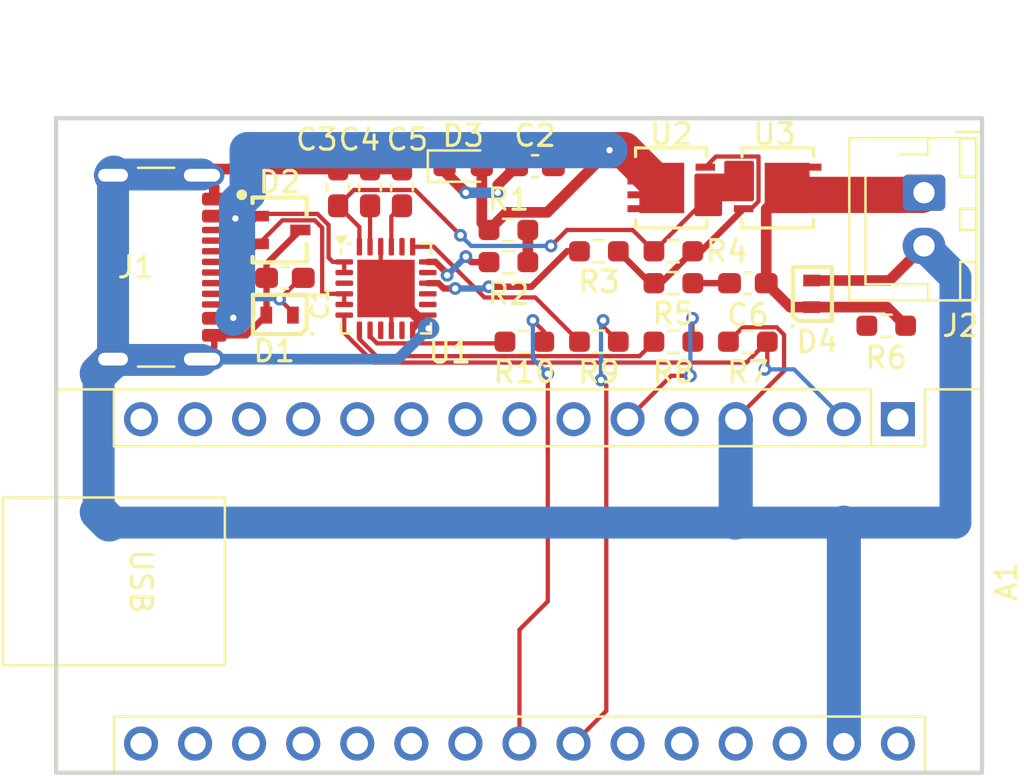
<source format=kicad_pcb>
(kicad_pcb (version 20241229) (generator "pcbnew") (generator_version "9.0")
  (layers (0 "F.Cu" signal) (2 "B.Cu" signal) (13 "F.Paste" user) (15 "B.Paste" user) (5 "F.SilkS" user "F.Silkscreen") (7 "B.SilkS" user "B.Silkscreen") (1 "F.Mask" user) (3 "B.Mask" user) (25 "Edge.Cuts" user))
  (net 0 "")
  (net 1 "GND")
  (net 2 "Net-(D3-K)")
  (net 3 "Net-(U1-VREG_2V7)")
  (net 4 "Net-(U1-VREG_1V2)")
  (net 5 "Net-(D4-K)")
  (net 6 "Net-(C6-Pad1)")
  (net 7 "Net-(R1-Pad2)")
  (net 8 "Net-(U2-G)")
  (net 15 "Net-(A1-A4)")
  (net 16 "Net-(A1-A5)")
  (net 17 "Net-(A1-D3)")
  (net 40 "/VBUS_EN_SNK")
  (net 41 "/DISCH")
  (net 42 "/Vbus")
  (net 43 "/VDD")
  (net 44 "/VBUS_VS_DISCH")
  (net 46 "/RESET")
  (net 48 "/CC2")
  (net 49 "/CC1")
  (net 50 "/ALERT")
  (net 51 "/SCL")
  (net 52 "/SDA")
  (footprint "ST_1610:ST_1610" (layer "F.Cu") (at 350 121.25 90)
    (property "Reference" "D4" (at -2.25 0.25 180) (layer "F.SilkS"))
    (property "Value" "ESDA25P35-1U1M")
    (fp_line (start -1.016 -0.889) (end 1.25 -0.889) (stroke (width 0.2)) (layer "F.SilkS"))
    (fp_line (start -1.27 -0.635) (end -1.016 -0.889) (stroke (width 0.2)) (layer "F.SilkS"))
    (fp_line (start 1.25 0.95) (end 1.25 -0.889) (stroke (width 0.2)) (layer "F.SilkS"))
    (fp_line (start -1.27 0.95) (end -1.27 -0.635) (stroke (width 0.2)) (layer "F.SilkS"))
    (fp_line (start -1.27 0.95) (end 1.25 0.95) (stroke (width 0.2)) (layer "F.SilkS"))
    (fp_circle (center -1.524 -0.889) (end -1.524 -0.939) (stroke (width 0.1)) (fill no) (layer "F.SilkS"))
    (pad "1" smd rect (at -0.625 0 90) (size 0.55 0.8) (layers "F.Cu" "F.Mask" "F.Paste") (net 5 "Net-(D4-K)"))
    (pad "2" smd rect (at 0.625 0 90) (size 0.55 0.8) (layers "F.Cu" "F.Mask" "F.Paste") (net 1 "GND"))
  )
  (footprint "Capacitor_SMD:C_0603_1608Metric_Pad1.08x0.95mm_HandSolder" (layer "F.Cu") (at 325.25 120.5 180)
    (property "Reference" "C1" (at -1.65 -1.2 90) (layer "F.SilkS") (effects (font (size 0.8 0.8) (thickness 0.15) (bold yes))))
    (property "Value" "4.7 μF")
    (fp_line (start -0.146267 0.51) (end 0.146267 0.51) (stroke (width 0.12)) (layer "F.SilkS"))
    (fp_line (start -0.146267 -0.51) (end 0.146267 -0.51) (stroke (width 0.12)) (layer "F.SilkS"))
    (pad "1" smd roundrect (at -0.8625 0 180) (size 1.075 0.95) (layers "F.Cu" "F.Mask" "F.Paste") (net 42 "/Vbus"))
    (pad "2" smd roundrect (at 0.8625 0 180) (size 1.075 0.95) (layers "F.Cu" "F.Mask" "F.Paste") (net 1 "GND"))
  )
  (footprint "Capacitor_SMD:C_0603_1608Metric_Pad1.08x0.95mm_HandSolder" (layer "F.Cu") (at 327.75 116.25 -90)
    (property "Reference" "C3" (at -2.25 1 180) (layer "F.SilkS"))
    (property "Value" "1μF")
    (fp_line (start -0.146267 0.51) (end 0.146267 0.51) (stroke (width 0.12)) (layer "F.SilkS"))
    (fp_line (start -0.146267 -0.51) (end 0.146267 -0.51) (stroke (width 0.12)) (layer "F.SilkS"))
    (pad "1" smd roundrect (at -0.8625 0 270) (size 1.075 0.95) (layers "F.Cu" "F.Mask" "F.Paste") (net 1 "GND"))
    (pad "2" smd roundrect (at 0.8625 0 270) (size 1.075 0.95) (layers "F.Cu" "F.Mask" "F.Paste") (net 43 "/VDD"))
  )
  (footprint "STL6P3LLH6:POWERFLAT_3P3X3P3_STM2" (layer "F.Cu") (at 343.3998 116.275001 180)
    (property "Reference" "U2" (at 0 2.525001 0) (layer "F.SilkS"))
    (property "Value" "STL6P3LLH6" (hide yes))
    (fp_line (start 1.6764 1.8796) (end 1.6764 1.472839) (stroke (width 0.1524)) (layer "F.SilkS"))
    (fp_line (start 1.6764 -1.472839) (end 1.6764 -1.8796) (stroke (width 0.1524)) (layer "F.SilkS"))
    (fp_line (start 1.6764 -1.8796) (end -1.6764 -1.8796) (stroke (width 0.1524)) (layer "F.SilkS"))
    (fp_line (start -1.6764 1.8796) (end 1.6764 1.8796) (stroke (width 0.1524)) (layer "F.SilkS"))
    (fp_line (start -1.6764 1.472839) (end -1.6764 1.8796) (stroke (width 0.1524)) (layer "F.SilkS"))
    (fp_line (start -1.6764 -1.8796) (end -1.6764 -1.472839) (stroke (width 0.1524)) (layer "F.SilkS"))
    (pad "1" smd rect (at -1.6002 0.974999 180) (size 0.9144 0.3302) (layers "F.Cu" "F.Mask" "F.Paste") (net 8 "Net-(U2-G)"))
    (pad "2" smd rect (at -1.6002 -0.974999 180) (size 0.9144 0.3302) (layers "F.Cu" "F.Mask" "F.Paste") (net 43 "/VDD"))
    (pad "2" smd rect (at -1.6002 -0.325001 180) (size 0.9144 0.3302) (layers "F.Cu" "F.Mask" "F.Paste") (net 43 "/VDD"))
    (pad "2" smd rect (at -1.6002 0.325001 180) (size 0.9144 0.3302) (layers "F.Cu" "F.Mask" "F.Paste") (net 43 "/VDD"))
    (pad "3" smd rect (at 0.4445 0 180) (size 2.1082 2.3622) (layers "F.Cu" "F.Mask" "F.Paste") (net 42 "/Vbus"))
    (pad "3" smd rect (at 1.6002 -0.974999 180) (size 0.9144 0.3302) (layers "F.Cu" "F.Mask" "F.Paste") (net 42 "/Vbus"))
    (pad "3" smd rect (at 1.6002 -0.325001 180) (size 0.9144 0.3302) (layers "F.Cu" "F.Mask" "F.Paste") (net 42 "/Vbus"))
    (pad "3" smd rect (at 1.6002 0.325001 180) (size 0.9144 0.3302) (layers "F.Cu" "F.Mask" "F.Paste") (net 42 "/Vbus"))
    (pad "3" smd rect (at 1.6002 0.974999 180) (size 0.9144 0.3302) (layers "F.Cu" "F.Mask" "F.Paste") (net 42 "/Vbus"))
  )
  (footprint "Resistor_SMD:R_0603_1608Metric_Pad0.98x0.95mm_HandSolder" (layer "F.Cu") (at 343.5 120.75 180)
    (property "Reference" "R5" (at 0 -1.43 0) (layer "F.SilkS"))
    (property "Value" "100R")
    (fp_line (start -0.254724 0.5225) (end 0.254724 0.5225) (stroke (width 0.12)) (layer "F.SilkS"))
    (fp_line (start -0.254724 -0.5225) (end 0.254724 -0.5225) (stroke (width 0.12)) (layer "F.SilkS"))
    (pad "1" smd roundrect (at -0.9125 0 180) (size 0.975 0.95) (layers "F.Cu" "F.Mask" "F.Paste") (net 6 "Net-(C6-Pad1)"))
    (pad "2" smd roundrect (at 0.9125 0 180) (size 0.975 0.95) (layers "F.Cu" "F.Mask" "F.Paste") (net 8 "Net-(U2-G)"))
  )
  (footprint "Resistor_SMD:R_0603_1608Metric_Pad0.98x0.95mm_HandSolder" (layer "F.Cu") (at 343.5 119.25 180)
    (property "Reference" "R4" (at -2.5 0 0) (layer "F.SilkS"))
    (property "Value" "100kR")
    (fp_line (start -0.254724 0.5225) (end 0.254724 0.5225) (stroke (width 0.12)) (layer "F.SilkS"))
    (fp_line (start -0.254724 -0.5225) (end 0.254724 -0.5225) (stroke (width 0.12)) (layer "F.SilkS"))
    (pad "1" smd roundrect (at -0.9125 0 180) (size 0.975 0.95) (layers "F.Cu" "F.Mask" "F.Paste") (net 8 "Net-(U2-G)"))
    (pad "2" smd roundrect (at 0.9125 0 180) (size 0.975 0.95) (layers "F.Cu" "F.Mask" "F.Paste") (net 43 "/VDD"))
  )
  (footprint "Capacitor_SMD:C_0603_1608Metric_Pad1.08x0.95mm_HandSolder" (layer "F.Cu") (at 347 120.75)
    (property "Reference" "C6" (at 0 1.5 0) (layer "F.SilkS"))
    (property "Value" "100nF")
    (fp_line (start -0.146267 -0.51) (end 0.146267 -0.51) (stroke (width 0.12)) (layer "F.SilkS"))
    (fp_line (start -0.146267 0.51) (end 0.146267 0.51) (stroke (width 0.12)) (layer "F.SilkS"))
    (pad "1" smd roundrect (at -0.8625 0) (size 1.075 0.95) (layers "F.Cu" "F.Mask" "F.Paste") (net 6 "Net-(C6-Pad1)"))
    (pad "2" smd roundrect (at 0.8625 0) (size 1.075 0.95) (layers "F.Cu" "F.Mask" "F.Paste") (net 5 "Net-(D4-K)"))
  )
  (footprint "Capacitor_SMD:C_0603_1608Metric_Pad1.08x0.95mm_HandSolder" (layer "F.Cu") (at 337 115.25)
    (property "Reference" "C2" (at 0 -1.43 0) (layer "F.SilkS"))
    (property "Value" "1μF")
    (fp_line (start -0.146267 -0.51) (end 0.146267 -0.51) (stroke (width 0.12)) (layer "F.SilkS"))
    (fp_line (start -0.146267 0.51) (end 0.146267 0.51) (stroke (width 0.12)) (layer "F.SilkS"))
    (pad "1" smd roundrect (at -0.8625 0) (size 1.075 0.95) (layers "F.Cu" "F.Mask" "F.Paste") (net 2 "Net-(D3-K)"))
    (pad "2" smd roundrect (at 0.8625 0) (size 1.075 0.95) (layers "F.Cu" "F.Mask" "F.Paste") (net 1 "GND"))
  )
  (footprint "Package_DFN_QFN:QFN-24-1EP_4x4mm_P0.5mm_EP2.7x2.7mm" (layer "F.Cu") (at 330 121)
    (property "Reference" "U1" (at 3 3 0) (layer "F.SilkS"))
    (property "Value" "STUSB4500QTR")
    (fp_line (start -2.11 -1.635) (end -2.11 -1.87) (stroke (width 0.12)) (layer "F.SilkS"))
    (fp_line (start -2.11 2.11) (end -2.11 1.635) (stroke (width 0.12)) (layer "F.SilkS"))
    (fp_line (start -1.635 -2.11) (end -1.81 -2.11) (stroke (width 0.12)) (layer "F.SilkS"))
    (fp_line (start -1.635 2.11) (end -2.11 2.11) (stroke (width 0.12)) (layer "F.SilkS"))
    (fp_line (start 1.635 -2.11) (end 2.11 -2.11) (stroke (width 0.12)) (layer "F.SilkS"))
    (fp_line (start 1.635 2.11) (end 2.11 2.11) (stroke (width 0.12)) (layer "F.SilkS"))
    (fp_line (start 2.11 -2.11) (end 2.11 -1.635) (stroke (width 0.12)) (layer "F.SilkS"))
    (fp_line (start 2.11 2.11) (end 2.11 1.635) (stroke (width 0.12)) (layer "F.SilkS"))
    (fp_poly (pts (xy -2.11 -2.11) (xy -2.35 -2.44) (xy -1.87 -2.44)) (stroke (width 0.12)) (fill yes) (layer "F.SilkS"))
    (pad "1" smd roundrect (at -1.9625 -1.25) (size 0.825 0.25) (layers "F.Cu" "F.Mask" "F.Paste") (net 49 "/CC1"))
    (pad "2" smd roundrect (at -1.9625 -0.75) (size 0.825 0.25) (layers "F.Cu" "F.Mask" "F.Paste") (net 49 "/CC1"))
    (pad "3" smd roundrect (at -1.9625 -0.25) (size 0.825 0.25) (layers "F.Cu" "F.Mask" "F.Paste"))
    (pad "4" smd roundrect (at -1.9625 0.25) (size 0.825 0.25) (layers "F.Cu" "F.Mask" "F.Paste") (net 48 "/CC2"))
    (pad "5" smd roundrect (at -1.9625 0.75) (size 0.825 0.25) (layers "F.Cu" "F.Mask" "F.Paste") (net 48 "/CC2"))
    (pad "6" smd roundrect (at -1.9625 1.25) (size 0.825 0.25) (layers "F.Cu" "F.Mask" "F.Paste") (net 46 "/RESET"))
    (pad "7" smd roundrect (at -1.25 1.9625) (size 0.25 0.825) (layers "F.Cu" "F.Mask" "F.Paste") (net 50 "/ALERT"))
    (pad "8" smd roundrect (at -0.75 1.9625) (size 0.25 0.825) (layers "F.Cu" "F.Mask" "F.Paste") (net 52 "/SDA"))
    (pad "9" smd roundrect (at -0.25 1.9625) (size 0.25 0.825) (layers "F.Cu" "F.Mask" "F.Paste") (net 41 "/DISCH"))
    (pad "10" smd roundrect (at 0.25 1.9625) (size 0.25 0.825) (layers "F.Cu" "F.Mask" "F.Paste") (net 1 "GND"))
    (pad "11" smd roundrect (at 0.75 1.9625) (size 0.25 0.825) (layers "F.Cu" "F.Mask" "F.Paste"))
    (pad "12" smd roundrect (at 1.25 1.9625) (size 0.25 0.825) (layers "F.Cu" "F.Mask" "F.Paste") (net 1 "GND"))
    (pad "13" smd roundrect (at 1.9625 1.25) (size 0.825 0.25) (layers "F.Cu" "F.Mask" "F.Paste") (net 1 "GND"))
    (pad "14" smd roundrect (at 1.9625 0.75) (size 0.825 0.25) (layers "F.Cu" "F.Mask" "F.Paste"))
    (pad "15" smd roundrect (at 1.9625 0.25) (size 0.825 0.25) (layers "F.Cu" "F.Mask" "F.Paste"))
    (pad "16" smd roundrect (at 1.9625 -0.25) (size 0.825 0.25) (layers "F.Cu" "F.Mask" "F.Paste") (net 40 "/VBUS_EN_SNK"))
    (pad "17" smd roundrect (at 1.9625 -0.75) (size 0.825 0.25) (layers "F.Cu" "F.Mask" "F.Paste"))
    (pad "18" smd roundrect (at 1.9625 -1.25) (size 0.825 0.25) (layers "F.Cu" "F.Mask" "F.Paste") (net 44 "/VBUS_VS_DISCH"))
    (pad "19" smd roundrect (at 1.25 -1.9625) (size 0.25 0.825) (layers "F.Cu" "F.Mask" "F.Paste") (net 51 "/SCL"))
    (pad "20" smd roundrect (at 0.75 -1.9625) (size 0.25 0.825) (layers "F.Cu" "F.Mask" "F.Paste"))
    (pad "21" smd roundrect (at 0.25 -1.9625) (size 0.25 0.825) (layers "F.Cu" "F.Mask" "F.Paste") (net 4 "Net-(U1-VREG_1V2)"))
    (pad "22" smd roundrect (at -0.25 -1.9625) (size 0.25 0.825) (layers "F.Cu" "F.Mask" "F.Paste") (net 1 "GND"))
    (pad "23" smd roundrect (at -0.75 -1.9625) (size 0.25 0.825) (layers "F.Cu" "F.Mask" "F.Paste") (net 3 "Net-(U1-VREG_2V7)"))
    (pad "24" smd roundrect (at -1.25 -1.9625) (size 0.25 0.825) (layers "F.Cu" "F.Mask" "F.Paste") (net 43 "/VDD"))
    (pad "25" smd rect (at 0 0) (size 2.7 2.7) (property pad_prop_heatsink) (layers "F.Cu" "F.Mask") (net 1 "GND"))
  )
  (footprint "Resistor_SMD:R_0603_1608Metric_Pad0.98x0.95mm_HandSolder" (layer "F.Cu") (at 347 123.5 180)
    (property "Reference" "R7" (at 0 -1.43 0) (layer "F.SilkS"))
    (property "Value" "10kR")
    (fp_line (start -0.254724 0.5225) (end 0.254724 0.5225) (stroke (width 0.12)) (layer "F.SilkS"))
    (fp_line (start -0.254724 -0.5225) (end 0.254724 -0.5225) (stroke (width 0.12)) (layer "F.SilkS"))
    (pad "1" smd roundrect (at -0.9125 0 180) (size 0.975 0.95) (layers "F.Cu" "F.Mask" "F.Paste") (net 46 "/RESET"))
    (pad "2" smd roundrect (at 0.9125 0 180) (size 0.975 0.95) (layers "F.Cu" "F.Mask" "F.Paste") (net 1 "GND"))
  )
  (footprint "STL6P3LLH6:POWERFLAT_3P3X3P3_STM2" (layer "F.Cu") (at 348.3998 116.275001)
    (property "Reference" "U3" (at -0.1498 -2.525001 0) (layer "F.SilkS"))
    (property "Value" "STL6P3LLH6" (hide yes))
    (fp_line (start -1.6764 -1.8796) (end -1.6764 -1.472839) (stroke (width 0.1524)) (layer "F.SilkS"))
    (fp_line (start -1.6764 1.472839) (end -1.6764 1.8796) (stroke (width 0.1524)) (layer "F.SilkS"))
    (fp_line (start -1.6764 1.8796) (end 1.6764 1.8796) (stroke (width 0.1524)) (layer "F.SilkS"))
    (fp_line (start 1.6764 -1.8796) (end -1.6764 -1.8796) (stroke (width 0.1524)) (layer "F.SilkS"))
    (fp_line (start 1.6764 -1.472839) (end 1.6764 -1.8796) (stroke (width 0.1524)) (layer "F.SilkS"))
    (fp_line (start 1.6764 1.8796) (end 1.6764 1.472839) (stroke (width 0.1524)) (layer "F.SilkS"))
    (pad "1" smd rect (at -1.6002 0.974999) (size 0.9144 0.3302) (layers "F.Cu" "F.Mask" "F.Paste") (net 8 "Net-(U2-G)"))
    (pad "2" smd rect (at -1.6002 -0.974999) (size 0.9144 0.3302) (layers "F.Cu" "F.Mask" "F.Paste") (net 43 "/VDD"))
    (pad "2" smd rect (at -1.6002 -0.325001) (size 0.9144 0.3302) (layers "F.Cu" "F.Mask" "F.Paste") (net 43 "/VDD"))
    (pad "2" smd rect (at -1.6002 0.325001) (size 0.9144 0.3302) (layers "F.Cu" "F.Mask" "F.Paste") (net 43 "/VDD"))
    (pad "3" smd rect (at 0.4445 0) (size 2.1082 2.3622) (layers "F.Cu" "F.Mask" "F.Paste") (net 5 "Net-(D4-K)"))
    (pad "3" smd rect (at 1.6002 -0.974999) (size 0.9144 0.3302) (layers "F.Cu" "F.Mask" "F.Paste") (net 5 "Net-(D4-K)"))
    (pad "3" smd rect (at 1.6002 -0.325001) (size 0.9144 0.3302) (layers "F.Cu" "F.Mask" "F.Paste") (net 5 "Net-(D4-K)"))
    (pad "3" smd rect (at 1.6002 0.325001) (size 0.9144 0.3302) (layers "F.Cu" "F.Mask" "F.Paste") (net 5 "Net-(D4-K)"))
    (pad "3" smd rect (at 1.6002 0.974999) (size 0.9144 0.3302) (layers "F.Cu" "F.Mask" "F.Paste") (net 5 "Net-(D4-K)"))
  )
  (footprint "Resistor_SMD:R_0603_1608Metric_Pad0.98x0.95mm_HandSolder" (layer "F.Cu") (at 340 119.25 180)
    (property "Reference" "R3" (at 0 -1.43 0) (layer "F.SilkS"))
    (property "Value" "22kR")
    (fp_line (start -0.254724 0.5225) (end 0.254724 0.5225) (stroke (width 0.12)) (layer "F.SilkS"))
    (fp_line (start -0.254724 -0.5225) (end 0.254724 -0.5225) (stroke (width 0.12)) (layer "F.SilkS"))
    (pad "1" smd roundrect (at -0.9125 0 180) (size 0.975 0.95) (layers "F.Cu" "F.Mask" "F.Paste") (net 8 "Net-(U2-G)"))
    (pad "2" smd roundrect (at 0.9125 0 180) (size 0.975 0.95) (layers "F.Cu" "F.Mask" "F.Paste") (net 40 "/VBUS_EN_SNK"))
  )
  (footprint "Resistor_SMD:R_0603_1608Metric_Pad0.98x0.95mm_HandSolder" (layer "F.Cu") (at 335.75 119.76 180)
    (property "Reference" "R2" (at 0 -1.49 0) (layer "F.SilkS"))
    (property "Value" "1kR")
    (fp_line (start -0.254724 0.5225) (end 0.254724 0.5225) (stroke (width 0.12)) (layer "F.SilkS"))
    (fp_line (start -0.254724 -0.5225) (end 0.254724 -0.5225) (stroke (width 0.12)) (layer "F.SilkS"))
    (pad "1" smd roundrect (at -0.9125 0 180) (size 0.975 0.95) (layers "F.Cu" "F.Mask" "F.Paste") (net 7 "Net-(R1-Pad2)"))
    (pad "2" smd roundrect (at 0.9125 0 180) (size 0.975 0.95) (layers "F.Cu" "F.Mask" "F.Paste") (net 44 "/VBUS_VS_DISCH"))
  )
  (footprint "ST_1610:ST_1610" (layer "F.Cu") (at 325 122.25 180)
    (property "Reference" "D1" (at 0.25 -1.689 0) (layer "F.SilkS"))
    (property "Value" "ESDA25P35-1U1M")
    (fp_line (start 1.25 0.95) (end 1.25 -0.889) (stroke (width 0.2)) (layer "F.SilkS"))
    (fp_line (start -1.016 -0.889) (end 1.25 -0.889) (stroke (width 0.2)) (layer "F.SilkS"))
    (fp_line (start -1.27 0.95) (end 1.25 0.95) (stroke (width 0.2)) (layer "F.SilkS"))
    (fp_line (start -1.27 0.95) (end -1.27 -0.635) (stroke (width 0.2)) (layer "F.SilkS"))
    (fp_line (start -1.27 -0.635) (end -1.016 -0.889) (stroke (width 0.2)) (layer "F.SilkS"))
    (fp_circle (center -1.524 -0.889) (end -1.524 -0.939) (stroke (width 0.1)) (fill no) (layer "F.SilkS"))
    (pad "1" smd rect (at -0.625 0 180) (size 0.55 0.8) (layers "F.Cu" "F.Mask" "F.Paste") (net 42 "/Vbus"))
    (pad "2" smd rect (at 0.625 0 180) (size 0.55 0.8) (layers "F.Cu" "F.Mask" "F.Paste") (net 1 "GND"))
  )
  (footprint "Module:Arduino_Nano" (layer "F.Cu") (at 354.05 127.14 -90)
    (property "Reference" "A1" (at 7.62 -5.08 90) (layer "F.SilkS"))
    (property "Value" "Arduino_Nano_v2.x")
    (fp_line (start 3.68 42.04) (end 3.68 31.62) (stroke (width 0.12)) (layer "F.SilkS"))
    (fp_line (start 11.56 42.04) (end 3.68 42.04) (stroke (width 0.12)) (layer "F.SilkS"))
    (fp_line (start -1.4 39.5) (end 3.68 39.5) (stroke (width 0.12)) (layer "F.SilkS"))
    (fp_line (start 16.64 39.5) (end 11.56 39.5) (stroke (width 0.12)) (layer "F.SilkS"))
    (fp_line (start 16.64 39.5) (end 16.64 -3.94) (stroke (width 0.12)) (layer "F.SilkS"))
    (fp_line (start 1.27 36.83) (end -1.4 36.83) (stroke (width 0.12)) (layer "F.SilkS"))
    (fp_line (start 13.97 36.83) (end 16.64 36.83) (stroke (width 0.12)) (layer "F.SilkS"))
    (fp_line (start 3.68 31.62) (end 11.56 31.62) (stroke (width 0.12)) (layer "F.SilkS"))
    (fp_line (start 11.56 31.62) (end 11.56 42.04) (stroke (width 0.12)) (layer "F.SilkS"))
    (fp_line (start -1.4 1.27) (end -1.4 39.5) (stroke (width 0.12)) (layer "F.SilkS"))
    (fp_line (start 1.27 1.27) (end 1.27 36.83) (stroke (width 0.12)) (layer "F.SilkS"))
    (fp_line (start 1.27 1.27) (end -1.4 1.27) (stroke (width 0.12)) (layer "F.SilkS"))
    (fp_line (start 1.27 1.27) (end 1.27 -1.27) (stroke (width 0.12)) (layer "F.SilkS"))
    (fp_line (start 1.27 -1.27) (end -1.4 -1.27) (stroke (width 0.12)) (layer "F.SilkS"))
    (fp_line (start 13.97 -1.27) (end 13.97 36.83) (stroke (width 0.12)) (layer "F.SilkS"))
    (fp_line (start 13.97 -1.27) (end 16.64 -1.27) (stroke (width 0.12)) (layer "F.SilkS"))
    (fp_line (start -1.4 -3.94) (end -1.4 -1.27) (stroke (width 0.12)) (layer "F.SilkS"))
    (fp_line (start 16.64 -3.94) (end -1.4 -3.94) (stroke (width 0.12)) (layer "F.SilkS"))
    (fp_text user "USB" (at 7.62 35.56 270) (layer "F.SilkS"))
    (pad "1" thru_hole rect (at 0 0 270) (size 1.6 1.6) (drill 1) (layers "*.Cu" "*.Mask"))
    (pad "2" thru_hole oval (at 0 2.54 270) (size 1.6 1.6) (drill 1) (layers "*.Cu" "*.Mask") (net 46 "/RESET"))
    (pad "3" thru_hole oval (at 0 5.08 270) (size 1.6 1.6) (drill 1) (layers "*.Cu" "*.Mask"))
    (pad "4" thru_hole oval (at 0 7.62 270) (size 1.6 1.6) (drill 1) (layers "*.Cu" "*.Mask") (net 1 "GND"))
    (pad "5" thru_hole oval (at 0 10.16 270) (size 1.6 1.6) (drill 1) (layers "*.Cu" "*.Mask"))
    (pad "6" thru_hole oval (at 0 12.7 270) (size 1.6 1.6) (drill 1) (layers "*.Cu" "*.Mask") (net 17 "Net-(A1-D3)"))
    (pad "7" thru_hole oval (at 0 15.24 270) (size 1.6 1.6) (drill 1) (layers "*.Cu" "*.Mask"))
    (pad "8" thru_hole oval (at 0 17.78 270) (size 1.6 1.6) (drill 1) (layers "*.Cu" "*.Mask"))
    (pad "9" thru_hole oval (at 0 20.32 270) (size 1.6 1.6) (drill 1) (layers "*.Cu" "*.Mask"))
    (pad "10" thru_hole oval (at 0 22.86 270) (size 1.6 1.6) (drill 1) (layers "*.Cu" "*.Mask"))
    (pad "11" thru_hole oval (at 0 25.4 270) (size 1.6 1.6) (drill 1) (layers "*.Cu" "*.Mask"))
    (pad "12" thru_hole oval (at 0 27.94 270) (size 1.6 1.6) (drill 1) (layers "*.Cu" "*.Mask"))
    (pad "13" thru_hole oval (at 0 30.48 270) (size 1.6 1.6) (drill 1) (layers "*.Cu" "*.Mask"))
    (pad "14" thru_hole oval (at 0 33.02 270) (size 1.6 1.6) (drill 1) (layers "*.Cu" "*.Mask"))
    (pad "15" thru_hole oval (at 0 35.56 270) (size 1.6 1.6) (drill 1) (layers "*.Cu" "*.Mask"))
    (pad "16" thru_hole oval (at 15.24 35.56 270) (size 1.6 1.6) (drill 1) (layers "*.Cu" "*.Mask"))
    (pad "17" thru_hole oval (at 15.24 33.02 270) (size 1.6 1.6) (drill 1) (layers "*.Cu" "*.Mask"))
    (pad "18" thru_hole oval (at 15.24 30.48 270) (size 1.6 1.6) (drill 1) (layers "*.Cu" "*.Mask"))
    (pad "19" thru_hole oval (at 15.24 27.94 270) (size 1.6 1.6) (drill 1) (layers "*.Cu" "*.Mask"))
    (pad "20" thru_hole oval (at 15.24 25.4 270) (size 1.6 1.6) (drill 1) (layers "*.Cu" "*.Mask"))
    (pad "21" thru_hole oval (at 15.24 22.86 270) (size 1.6 1.6) (drill 1) (layers "*.Cu" "*.Mask"))
    (pad "22" thru_hole oval (at 15.24 20.32 270) (size 1.6 1.6) (drill 1) (layers "*.Cu" "*.Mask"))
    (pad "23" thru_hole oval (at 15.24 17.78 270) (size 1.6 1.6) (drill 1) (layers "*.Cu" "*.Mask") (net 15 "Net-(A1-A4)"))
    (pad "24" thru_hole oval (at 15.24 15.24 270) (size 1.6 1.6) (drill 1) (layers "*.Cu" "*.Mask") (net 16 "Net-(A1-A5)"))
    (pad "25" thru_hole oval (at 15.24 12.7 270) (size 1.6 1.6) (drill 1) (layers "*.Cu" "*.Mask"))
    (pad "26" thru_hole oval (at 15.24 10.16 270) (size 1.6 1.6) (drill 1) (layers "*.Cu" "*.Mask"))
    (pad "27" thru_hole oval (at 15.24 7.62 270) (size 1.6 1.6) (drill 1) (layers "*.Cu" "*.Mask"))
    (pad "28" thru_hole oval (at 15.24 5.08 270) (size 1.6 1.6) (drill 1) (layers "*.Cu" "*.Mask"))
    (pad "29" thru_hole oval (at 15.24 2.54 270) (size 1.6 1.6) (drill 1) (layers "*.Cu" "*.Mask") (net 1 "GND"))
    (pad "30" thru_hole oval (at 15.24 0 270) (size 1.6 1.6) (drill 1) (layers "*.Cu" "*.Mask"))
  )
  (footprint "Connector_USB:USB_C_Receptacle_GCT_USB4105-xx-A_16P_TopMnt_Horizontal" (layer "F.Cu") (at 318.25 120 -90)
    (property "Reference" "J1" (at 0 0 0) (layer "F.SilkS"))
    (property "Value" "USB_C_Receptacle_PowerOnly_6P")
    (fp_line (start -4.67 -0.1) (end -4.67 -1.8) (stroke (width 0.12)) (layer "F.SilkS"))
    (fp_line (start 4.67 -0.1) (end 4.67 -1.8) (stroke (width 0.12)) (layer "F.SilkS"))
    (pad "" np_thru_hole circle (at -2.89 -2.605 270) (size 0.65 0.65) (drill 0.65) (layers "*.Cu" "*.Mask"))
    (pad "" np_thru_hole circle (at 2.89 -2.605 270) (size 0.65 0.65) (drill 0.65) (layers "*.Cu" "*.Mask"))
    (pad "A5" smd roundrect (at -1.25 -3.68 270) (size 0.3 1.15) (layers "F.Cu" "F.Mask" "F.Paste") (net 49 "/CC1"))
    (pad "A6" smd roundrect (at -0.25 -3.68 270) (size 0.3 1.15) (layers "F.Cu" "F.Mask" "F.Paste"))
    (pad "A7" smd roundrect (at 0.25 -3.68 270) (size 0.3 1.15) (layers "F.Cu" "F.Mask" "F.Paste"))
    (pad "A8" smd roundrect (at 1.25 -3.68 270) (size 0.3 1.15) (layers "F.Cu" "F.Mask" "F.Paste"))
    (pad "A9" smd roundrect (at 2.4 -3.68 270) (size 0.6 1.15) (layers "F.Cu" "F.Mask" "F.Paste") (net 42 "/Vbus"))
    (pad "A12" smd roundrect (at 3.2 -3.68 270) (size 0.6 1.15) (layers "F.Cu" "F.Mask" "F.Paste") (net 1 "GND"))
    (pad "B5" smd roundrect (at 1.75 -3.68 270) (size 0.3 1.15) (layers "F.Cu" "F.Mask" "F.Paste") (net 48 "/CC2"))
    (pad "B6" smd roundrect (at 0.75 -3.68 270) (size 0.3 1.15) (layers "F.Cu" "F.Mask" "F.Paste"))
    (pad "B7" smd roundrect (at -0.75 -3.68 270) (size 0.3 1.15) (layers "F.Cu" "F.Mask" "F.Paste"))
    (pad "B8" smd roundrect (at -1.75 -3.68 270) (size 0.3 1.15) (layers "F.Cu" "F.Mask" "F.Paste"))
    (pad "B9" smd roundrect (at -2.4 -3.68 270) (size 0.6 1.15) (layers "F.Cu" "F.Mask" "F.Paste") (net 42 "/Vbus"))
    (pad "B12" smd roundrect (at -3.2 -3.68 270) (size 0.6 1.15) (layers "F.Cu" "F.Mask" "F.Paste") (net 1 "GND"))
    (pad "S1" thru_hole oval (at -4.32 -3.105 270) (size 1 2.1) (drill oval 0.6 1.7) (property pad_prop_heatsink) (layers "*.Cu" "*.Mask" "F.Paste") (net 1 "GND"))
    (pad "S1" thru_hole oval (at -4.32 1.075 270) (size 1 1.8) (drill oval 0.6 1.4) (property pad_prop_heatsink) (layers "*.Cu" "*.Mask" "F.Paste") (net 1 "GND"))
    (pad "S1" thru_hole oval (at 4.32 -3.105 270) (size 1 2.1) (drill oval 0.6 1.7) (property pad_prop_heatsink) (layers "*.Cu" "*.Mask" "F.Paste") (net 1 "GND"))
    (pad "S1" thru_hole oval (at 4.32 1.075 270) (size 1 1.8) (drill oval 0.6 1.4) (property pad_prop_heatsink) (layers "*.Cu" "*.Mask" "F.Paste") (net 1 "GND"))
  )
  (footprint "Resistor_SMD:R_0603_1608Metric_Pad0.98x0.95mm_HandSolder" (layer "F.Cu") (at 336.5 123.5 180)
    (property "Reference" "R10" (at 0 -1.43 0) (layer "F.SilkS"))
    (property "Value" "4.7kR")
    (fp_line (start -0.254724 0.5225) (end 0.254724 0.5225) (stroke (width 0.12)) (layer "F.SilkS"))
    (fp_line (start -0.254724 -0.5225) (end 0.254724 -0.5225) (stroke (width 0.12)) (layer "F.SilkS"))
    (pad "1" smd roundrect (at -0.9125 0 180) (size 0.975 0.95) (layers "F.Cu" "F.Mask" "F.Paste") (net 15 "Net-(A1-A4)"))
    (pad "2" smd roundrect (at 0.9125 0 180) (size 0.975 0.95) (layers "F.Cu" "F.Mask" "F.Paste") (net 52 "/SDA"))
  )
  (footprint "Resistor_SMD:R_0603_1608Metric_Pad0.98x0.95mm_HandSolder" (layer "F.Cu") (at 335.75 118.25)
    (property "Reference" "R1" (at 0 -1.43 0) (layer "F.SilkS"))
    (property "Value" "470R")
    (fp_line (start -0.254724 -0.5225) (end 0.254724 -0.5225) (stroke (width 0.12)) (layer "F.SilkS"))
    (fp_line (start -0.254724 0.5225) (end 0.254724 0.5225) (stroke (width 0.12)) (layer "F.SilkS"))
    (pad "1" smd roundrect (at -0.9125 0) (size 0.975 0.95) (layers "F.Cu" "F.Mask" "F.Paste") (net 42 "/Vbus"))
    (pad "2" smd roundrect (at 0.9125 0) (size 0.975 0.95) (layers "F.Cu" "F.Mask" "F.Paste") (net 7 "Net-(R1-Pad2)"))
  )
  (footprint "Resistor_SMD:R_0603_1608Metric_Pad0.98x0.95mm_HandSolder" (layer "F.Cu") (at 340 123.5 180)
    (property "Reference" "R9" (at 0 -1.43 0) (layer "F.SilkS"))
    (property "Value" "4.7kR")
    (fp_line (start -0.254724 0.5225) (end 0.254724 0.5225) (stroke (width 0.12)) (layer "F.SilkS"))
    (fp_line (start -0.254724 -0.5225) (end 0.254724 -0.5225) (stroke (width 0.12)) (layer "F.SilkS"))
    (pad "1" smd roundrect (at -0.9125 0 180) (size 0.975 0.95) (layers "F.Cu" "F.Mask" "F.Paste") (net 16 "Net-(A1-A5)"))
    (pad "2" smd roundrect (at 0.9125 0 180) (size 0.975 0.95) (layers "F.Cu" "F.Mask" "F.Paste") (net 51 "/SCL"))
  )
  (footprint "ST_SOT323-3L:ST_SOT323-3L" (layer "F.Cu") (at 325 118.25)
    (property "Reference" "D2" (at 0 -2.25 0) (layer "F.SilkS"))
    (property "Value" "ESDA25W")
    (fp_line (start -1.27 -1.524) (end 1.27 -1.524) (stroke (width 0.2)) (layer "F.SilkS"))
    (fp_line (start -1.27 -1.27) (end -1.27 -1.524) (stroke (width 0.2)) (layer "F.SilkS"))
    (fp_line (start -1.27 1.524) (end -1.27 1.27) (stroke (width 0.2)) (layer "F.SilkS"))
    (fp_line (start -1.27 1.524) (end 1.27 1.524) (stroke (width 0.2)) (layer "F.SilkS"))
    (fp_line (start 1.27 -0.635) (end 1.27 -1.524) (stroke (width 0.2)) (layer "F.SilkS"))
    (fp_line (start 1.27 1.524) (end 1.27 0.635) (stroke (width 0.2)) (layer "F.SilkS"))
    (fp_circle (center -1.778 -1.651) (end -1.778 -1.776) (stroke (width 0.25)) (fill no) (layer "F.SilkS"))
    (pad "1" smd rect (at -0.975 -0.65 90) (size 0.5 0.95) (layers "F.Cu" "F.Mask" "F.Paste") (net 49 "/CC1"))
    (pad "2" smd rect (at -0.975 0.65 90) (size 0.5 0.95) (layers "F.Cu" "F.Mask" "F.Paste") (net 48 "/CC2"))
    (pad "3" smd rect (at 0.975 0 90) (size 0.5 0.95) (layers "F.Cu" "F.Mask" "F.Paste") (net 1 "GND"))
  )
  (footprint "Resistor_SMD:R_0603_1608Metric_Pad0.98x0.95mm_HandSolder" (layer "F.Cu") (at 353.5 122.75)
    (property "Reference" "R6" (at 0 1.5 0) (layer "F.SilkS"))
    (property "Value" "1kR")
    (fp_line (start -0.254724 -0.5225) (end 0.254724 -0.5225) (stroke (width 0.12)) (layer "F.SilkS"))
    (fp_line (start -0.254724 0.5225) (end 0.254724 0.5225) (stroke (width 0.12)) (layer "F.SilkS"))
    (pad "1" smd roundrect (at -0.9125 0) (size 0.975 0.95) (layers "F.Cu" "F.Mask" "F.Paste") (net 41 "/DISCH"))
    (pad "2" smd roundrect (at 0.9125 0) (size 0.975 0.95) (layers "F.Cu" "F.Mask" "F.Paste") (net 5 "Net-(D4-K)"))
  )
  (footprint "Connector_JST:JST_XH_B2B-XH-AM_1x02_P2.50mm_Vertical" (layer "F.Cu") (at 355.275 116.5 -90)
    (property "Reference" "J2" (at 6.25 -1.725 0) (layer "F.SilkS"))
    (property "Value" "JST_01x02_Socket")
    (fp_line (start -2.56 3.51) (end 5.06 3.51) (stroke (width 0.12)) (layer "F.SilkS"))
    (fp_line (start 5.06 3.51) (end 5.06 -2.46) (stroke (width 0.12)) (layer "F.SilkS"))
    (fp_line (start 1.25 2.75) (end -0.74 2.75) (stroke (width 0.12)) (layer "F.SilkS"))
    (fp_line (start 4.3 2.75) (end 1.25 2.75) (stroke (width 0.12)) (layer "F.SilkS"))
    (fp_line (start -2.55 -0.2) (end -1.8 -0.2) (stroke (width 0.12)) (layer "F.SilkS"))
    (fp_line (start -1.8 -0.2) (end -1.8 1.14) (stroke (width 0.12)) (layer "F.SilkS"))
    (fp_line (start 4.3 -0.2) (end 4.3 2.75) (stroke (width 0.12)) (layer "F.SilkS"))
    (fp_line (start 5.05 -0.2) (end 4.3 -0.2) (stroke (width 0.12)) (layer "F.SilkS"))
    (fp_line (start -2.55 -1.7) (end -0.75 -1.7) (stroke (width 0.12)) (layer "F.SilkS"))
    (fp_line (start -0.75 -1.7) (end -0.75 -2.45) (stroke (width 0.12)) (layer "F.SilkS"))
    (fp_line (start 0.75 -1.7) (end 1.75 -1.7) (stroke (width 0.12)) (layer "F.SilkS"))
    (fp_line (start 1.75 -1.7) (end 1.75 -2.45) (stroke (width 0.12)) (layer "F.SilkS"))
    (fp_line (start 3.25 -1.7) (end 5.05 -1.7) (stroke (width 0.12)) (layer "F.SilkS"))
    (fp_line (start 5.05 -1.7) (end 5.05 -2.45) (stroke (width 0.12)) (layer "F.SilkS"))
    (fp_line (start -2.55 -2.45) (end -2.55 -1.7) (stroke (width 0.12)) (layer "F.SilkS"))
    (fp_line (start -0.75 -2.45) (end -2.55 -2.45) (stroke (width 0.12)) (layer "F.SilkS"))
    (fp_line (start 0.75 -2.45) (end 0.75 -1.7) (stroke (width 0.12)) (layer "F.SilkS"))
    (fp_line (start 1.75 -2.45) (end 0.75 -2.45) (stroke (width 0.12)) (layer "F.SilkS"))
    (fp_line (start 3.25 -2.45) (end 3.25 -1.7) (stroke (width 0.12)) (layer "F.SilkS"))
    (fp_line (start 5.05 -2.45) (end 3.25 -2.45) (stroke (width 0.12)) (layer "F.SilkS"))
    (fp_line (start -2.56 -2.46) (end -2.56 3.51) (stroke (width 0.12)) (layer "F.SilkS"))
    (fp_line (start 5.06 -2.46) (end -2.56 -2.46) (stroke (width 0.12)) (layer "F.SilkS"))
    (fp_line (start -2.85 -2.75) (end -2.85 -1.5) (stroke (width 0.12)) (layer "F.SilkS"))
    (fp_line (start -1.6 -2.75) (end -2.85 -2.75) (stroke (width 0.12)) (layer "F.SilkS"))
    (pad "" np_thru_hole circle (at -1.6 2 270) (size 1.2 1.2) (drill 1.2) (layers "*.Cu" "*.Mask"))
    (pad "1" thru_hole roundrect (at 0 0 270) (size 1.7 2) (drill 1) (layers "*.Cu" "*.Mask") (roundrect_rratio 0.147059) (net 5 "Net-(D4-K)"))
    (pad "2" thru_hole oval (at 2.5 0 270) (size 1.7 2) (drill 1) (layers "*.Cu" "*.Mask") (net 1 "GND"))
  )
  (footprint "Diode_SMD:D_0603_1608Metric_Pad1.05x0.95mm_HandSolder" (layer "F.Cu") (at 333.625 115.25)
    (property "Reference" "D3" (at 0 -1.43 0) (layer "F.SilkS"))
    (property "Value" "D")
    (fp_line (start -1.66 -0.735) (end -1.66 0.735) (stroke (width 0.12)) (layer "F.SilkS"))
    (fp_line (start -1.66 0.735) (end 0.8 0.735) (stroke (width 0.12)) (layer "F.SilkS"))
    (fp_line (start 0.8 -0.735) (end -1.66 -0.735) (stroke (width 0.12)) (layer "F.SilkS"))
    (pad "1" smd roundrect (at -0.875 0) (size 1.05 0.95) (layers "F.Cu" "F.Mask" "F.Paste") (net 2 "Net-(D3-K)"))
    (pad "2" smd roundrect (at 0.875 0) (size 1.05 0.95) (layers "F.Cu" "F.Mask" "F.Paste") (net 42 "/Vbus"))
  )
  (footprint "Capacitor_SMD:C_0603_1608Metric_Pad1.08x0.95mm_HandSolder" (layer "F.Cu") (at 330.75 116.25 -90)
    (property "Reference" "C5" (at -2.25 -0.25 180) (layer "F.SilkS"))
    (property "Value" "1μF")
    (fp_line (start -0.146267 0.51) (end 0.146267 0.51) (stroke (width 0.12)) (layer "F.SilkS"))
    (fp_line (start -0.146267 -0.51) (end 0.146267 -0.51) (stroke (width 0.12)) (layer "F.SilkS"))
    (pad "1" smd roundrect (at -0.8625 0 270) (size 1.075 0.95) (layers "F.Cu" "F.Mask" "F.Paste") (net 1 "GND"))
    (pad "2" smd roundrect (at 0.8625 0 270) (size 1.075 0.95) (layers "F.Cu" "F.Mask" "F.Paste") (net 4 "Net-(U1-VREG_1V2)"))
  )
  (footprint "Resistor_SMD:R_0603_1608Metric_Pad0.98x0.95mm_HandSolder" (layer "F.Cu") (at 343.5 123.5 180)
    (property "Reference" "R8" (at 0 -1.43 0) (layer "F.SilkS"))
    (property "Value" "4.7kR")
    (fp_line (start -0.254724 0.5225) (end 0.254724 0.5225) (stroke (width 0.12)) (layer "F.SilkS"))
    (fp_line (start -0.254724 -0.5225) (end 0.254724 -0.5225) (stroke (width 0.12)) (layer "F.SilkS"))
    (pad "1" smd roundrect (at -0.9125 0 180) (size 0.975 0.95) (layers "F.Cu" "F.Mask" "F.Paste") (net 17 "Net-(A1-D3)"))
    (pad "2" smd roundrect (at 0.9125 0 180) (size 0.975 0.95) (layers "F.Cu" "F.Mask" "F.Paste") (net 50 "/ALERT"))
  )
  (footprint "Capacitor_SMD:C_0603_1608Metric_Pad1.08x0.95mm_HandSolder" (layer "F.Cu") (at 329.25 116.25 -90)
    (property "Reference" "C4" (at -2.25 0.5 180) (layer "F.SilkS"))
    (property "Value" "1μF")
    (fp_line (start -0.146267 0.51) (end 0.146267 0.51) (stroke (width 0.12)) (layer "F.SilkS"))
    (fp_line (start -0.146267 -0.51) (end 0.146267 -0.51) (stroke (width 0.12)) (layer "F.SilkS"))
    (pad "1" smd roundrect (at -0.8625 0 270) (size 1.075 0.95) (layers "F.Cu" "F.Mask" "F.Paste") (net 1 "GND"))
    (pad "2" smd roundrect (at 0.8625 0 270) (size 1.075 0.95) (layers "F.Cu" "F.Mask" "F.Paste") (net 3 "Net-(U1-VREG_2V7)"))
  )
  (gr_poly (pts (xy 347.188681 115.1) (xy 345.988681 115.1) (xy 345.988681 115.7) (xy 344.588681 115.7) (xy 344.588681 117.5) (xy 345.688681 117.5) (xy 345.688681 116.8) (xy 347.188681 116.8) (xy 347.188681 116.5) (xy 347.188681 116.5)) (stroke (width 0.2)) (fill yes) (layer "F.Cu") (net 43))
  (gr_rect (start 314.5 113) (end 358 143.75) (stroke (width 0.2)) (fill no) (layer "Edge.Cuts"))
  (segment (start 348.7 123.171024) (end 348.7 124.87) (width 0.2) (layer "F.Cu") (net 1))
  (segment (start 353.65 120.625) (end 355.275 119) (width 0.5) (layer "F.Cu") (net 1))
  (segment (start 321.6475 115.3875) (end 321.355 115.68) (width 0.5) (layer "F.Cu") (net 1))
  (segment (start 329.25 115.3875) (end 327.75 115.3875) (width 0.5) (layer "F.Cu") (net 1))
  (segment (start 330 121) (end 329.75 120.75) (width 0.2) (layer "F.Cu") (net 1))
  (segment (start 330 121) (end 330.124 121) (width 0.5) (layer "F.Cu") (net 1))
  (segment (start 331.437 122.7755) (end 331.25 122.9625) (width 0.2) (layer "F.Cu") (net 1))
  (segment (start 323.425 123.2) (end 324.375 122.25) (width 0.3) (layer "F.Cu") (net 1))
  (segment (start 331.437 122.313) (end 331.437 122.7755) (width 0.2) (layer "F.Cu") (net 1))
  (segment (start 331.437 122.313) (end 332 122.876) (width 0.5) (layer "F.Cu") (net 1))
  (segment (start 331.437 122.313) (end 331.5 122.25) (width 0.2) (layer "F.Cu") (net 1))
  (segment (start 346.0875 123.5) (end 346.7651 122.8224) (width 0.2) (layer "F.Cu") (net 1))
  (segment (start 321.93 123.2) (end 323.425 123.2) (width 0.3) (layer "F.Cu") (net 1))
  (segment (start 330.25 122.9625) (end 330.25 121.25) (width 0.2) (layer "F.Cu") (net 1))
  (segment (start 330.75 115.3875) (end 329.25 115.3875) (width 0.5) (layer "F.Cu") (net 1))
  (segment (start 348.7 124.87) (end 346.43 127.14) (width 0.2) (layer "F.Cu") (net 1))
  (segment (start 330.75 115.3875) (end 331.7151 114.4224) (width 0.5) (layer "F.Cu") (net 1))
  (segment (start 331.7151 114.4224) (end 337.0349 114.4224) (width 0.5) (layer "F.Cu") (net 1))
  (segment (start 324.3875 122.2375) (end 324.375 122.25) (width 0.3) (layer "F.Cu") (net 1))
  (segment (start 330.124 121) (end 331.437 122.313) (width 0.5) (layer "F.Cu") (net 1))
  (segment (start 324.3875 120.5) (end 324.3875 119.8375) (width 0.3) (layer "F.Cu") (net 1))
  (segment (start 329.75 120.75) (end 329.75 119.0375) (width 0.2) (layer "F.Cu") (net 1))
  (segment (start 324.3875 119.8375) (end 325.975 118.25) (width 0.3) (layer "F.Cu") (net 1))
  (segment (start 337.0349 114.4224) (end 337.8625 115.25) (width 0.5) (layer "F.Cu") (net 1))
  (segment (start 321.93 123.745) (end 321.355 124.32) (width 0.3) (layer "F.Cu") (net 1))
  (segment (start 321.93 116.255) (end 321.355 115.68) (width 0.5) (layer "F.Cu") (net 1))
  (segment (start 327.75 115.3875) (end 321.6475 115.3875) (width 0.5) (layer "F.Cu") (net 1))
  (segment (start 321.93 116.8) (end 321.93 116.255) (width 0.5) (layer "F.Cu") (net 1))
  (segment (start 330.25 121.25) (end 330 121) (width 0.2) (layer "F.Cu") (net 1))
  (segment (start 346.7651 122.8224) (end 348.351376 122.8224) (width 0.2) (layer "F.Cu") (net 1))
  (segment (start 330.75 115.3875) (end 330.75 115.25) (width 0.2) (layer "F.Cu") (net 1))
  (segment (start 350 120.625) (end 353.65 120.625) (width 0.5) (layer "F.Cu") (net 1))
  (segment (start 324.3875 120.5) (end 324.3875 122.2375) (width 0.3) (layer "F.Cu") (net 1))
  (segment (start 331.5 122.25) (end 331.9625 122.25) (width 0.2) (layer "F.Cu") (net 1))
  (segment (start 321.93 123.2) (end 321.93 123.745) (width 0.3) (layer "F.Cu") (net 1))
  (segment (start 348.351376 122.8224) (end 348.7 123.171024) (width 0.2) (layer "F.Cu") (net 1))
  (via (at 332 122.876) (size 1) (drill 0.3) (layers "F.Cu" "B.Cu") (net 1))
  (segment (start 330.556 124.32) (end 321.355 124.32) (width 0.5) (layer "B.Cu") (net 1))
  (segment (start 346.4 132) (end 317 132) (width 1.5) (layer "B.Cu") (net 1))
  (segment (start 317.211 115.644) (end 321.355 115.644) (width 1.5) (layer "B.Cu") (net 1))
  (segment (start 317.175 115.68) (end 317.211 115.644) (width 1.78) (layer "B.Cu") (net 1))
  (segment (start 332 122.876) (end 330.556 124.32) (width 0.5) (layer "B.Cu") (net 1))
  (segment (start 355.275 119) (end 356.75 120.475) (width 1.5) (layer "B.Cu") (net 1))
  (segment (start 356.75 120.475) (end 356.75 132) (width 1.5) (layer "B.Cu") (net 1))
  (segment (start 317.175 115.68) (end 317.175 124.32) (width 1.5) (layer "B.Cu") (net 1))
  (segment (start 351.51 142.38) (end 351.51 132.01) (width 1.6) (layer "B.Cu") (net 1))
  (segment (start 317 132) (end 316.5 131.5) (width 1.78) (layer "B.Cu") (net 1))
  (segment (start 356.75 132) (end 351.5 132) (width 1.5) (layer "B.Cu") (net 1))
  (segment (start 317.175 124.32) (end 317.211 124.356) (width 1.78) (layer "B.Cu") (net 1))
  (segment (start 316.5 131.5) (end 316.5 124.995) (width 1.5) (layer "B.Cu") (net 1))
  (segment (start 316.5 124.995) (end 317.175 124.32) (width 1.78) (layer "B.Cu") (net 1))
  (segment (start 346.43 131.97) (end 346.4 132) (width 1.6) (layer "B.Cu") (net 1))
  (segment (start 351.51 132.01) (end 351.5 132) (width 1.6) (layer "B.Cu") (net 1))
  (segment (start 317.211 124.356) (end 321.355 124.356) (width 1.5) (layer "B.Cu") (net 1))
  (segment (start 351.5 132) (end 346.4 132) (width 1.5) (layer "B.Cu") (net 1))
  (segment (start 346.43 127.14) (end 346.43 131.97) (width 1.6) (layer "B.Cu") (net 1))
  (segment (start 332.75 115.25) (end 332.75 115.5) (width 0.5) (layer "F.Cu") (net 2))
  (segment (start 335.25 116.5) (end 335.25 116.1375) (width 0.5) (layer "F.Cu") (net 2))
  (segment (start 332.75 115.5) (end 333.75 116.5) (width 0.5) (layer "F.Cu") (net 2))
  (segment (start 335.25 116.1375) (end 336.1375 115.25) (width 0.5) (layer "F.Cu") (net 2))
  (via (at 333.75 116.5) (size 0.6) (drill 0.3) (layers "F.Cu" "B.Cu") (net 2))
  (via (at 335.25 116.5) (size 0.6) (drill 0.3) (layers "F.Cu" "B.Cu") (net 2))
  (segment (start 333.75 116.5) (end 335.25 116.5) (width 0.5) (layer "B.Cu") (net 2))
  (segment (start 329.25 119.0375) (end 329.25 117.1125) (width 0.2) (layer "F.Cu") (net 3))
  (segment (start 330.25 117.6125) (end 330.75 117.1125) (width 0.2) (layer "F.Cu") (net 4))
  (segment (start 330.25 119.0375) (end 330.25 117.6125) (width 0.2) (layer "F.Cu") (net 4))
  (segment (start 350 121.875) (end 348.9875 121.875) (width 0.5) (layer "F.Cu") (net 5))
  (segment (start 355.174 116.601) (end 355.275 116.5) (width 1.7) (layer "F.Cu") (net 5))
  (segment (start 347.8625 117.256801) (end 348.8443 116.275001) (width 0.5) (layer "F.Cu") (net 5))
  (segment (start 348.9875 121.875) (end 347.8625 120.75) (width 0.5) (layer "F.Cu") (net 5))
  (segment (start 347.8625 120.75) (end 347.8625 117.256801) (width 0.5) (layer "F.Cu") (net 5))
  (segment (start 350 121.875) (end 353.5375 121.875) (width 0.5) (layer "F.Cu") (net 5))
  (segment (start 348.8443 116.275001) (end 349.170299 116.601) (width 1.7) (layer "F.Cu") (net 5))
  (segment (start 349.170299 116.601) (end 355.174 116.601) (width 1.7) (layer "F.Cu") (net 5))
  (segment (start 353.5375 121.875) (end 354.4125 122.75) (width 0.5) (layer "F.Cu") (net 5))
  (segment (start 346.1375 120.75) (end 344.4125 120.75) (width 0.3) (layer "F.Cu") (net 6))
  (segment (start 336.6625 118.25) (end 336.6625 119.76) (width 0.5) (layer "F.Cu") (net 7))
  (segment (start 342.4125 120.75) (end 340.9125 119.25) (width 0.3) (layer "F.Cu") (net 8))
  (segment (start 342.5875 120.75) (end 342.4125 120.75) (width 0.3) (layer "F.Cu") (net 8))
  (segment (start 347.158517 117.25) (end 347.5 116.908517) (width 0.2) (layer "F.Cu") (net 8))
  (segment (start 347.5 114.8) (end 345.500002 114.8) (width 0.2) (layer "F.Cu") (net 8))
  (segment (start 344.4125 119.25) (end 344.7996 119.25) (width 0.3) (layer "F.Cu") (net 8))
  (segment (start 346.7996 117.25) (end 347.158517 117.25) (width 0.2) (layer "F.Cu") (net 8))
  (segment (start 344.7996 119.25) (end 346.7996 117.25) (width 0.3) (layer "F.Cu") (net 8))
  (segment (start 342.9125 120.75) (end 344.4125 119.25) (width 0.3) (layer "F.Cu") (net 8))
  (segment (start 342.5875 120.75) (end 342.9125 120.75) (width 0.3) (layer "F.Cu") (net 8))
  (segment (start 347.5 116.908517) (end 347.5 114.8) (width 0.2) (layer "F.Cu") (net 8))
  (segment (start 345.500002 114.8) (end 345 115.300002) (width 0.2) (layer "F.Cu") (net 8))
  (segment (start 337.6 125) (end 337.6 135.7) (width 0.2) (layer "F.Cu") (net 15))
  (segment (start 336.27 137.03) (end 336.27 142.38) (width 0.2) (layer "F.Cu") (net 15))
  (segment (start 337.4125 123.0125) (end 336.9 122.5) (width 0.2) (layer "F.Cu") (net 15))
  (segment (start 337.4125 123.5) (end 337.4125 123.0125) (width 0.2) (layer "F.Cu") (net 15))
  (segment (start 337.6 135.7) (end 336.27 137.03) (width 0.2) (layer "F.Cu") (net 15))
  (via (at 336.9 122.5) (size 0.6) (drill 0.3) (layers "F.Cu" "B.Cu") (net 15))
  (via (at 337.6 125) (size 0.6) (drill 0.3) (layers "F.Cu" "B.Cu") (net 15))
  (segment (start 336.9 124.3) (end 337.6 125) (width 0.2) (layer "B.Cu") (net 15))
  (segment (start 336.9 122.5) (end 336.9 124.3) (width 0.2) (layer "B.Cu") (net 15))
  (segment (start 340.3474 140.8426) (end 340.3474 125.5474) (width 0.2) (layer "F.Cu") (net 16))
  (segment (start 340.2 122.5) (end 340.2 122.7875) (width 0.2) (layer "F.Cu") (net 16))
  (segment (start 340.3474 125.5474) (end 340.1 125.3) (width 0.2) (layer "F.Cu") (net 16))
  (segment (start 338.81 142.38) (end 340.3474 140.8426) (width 0.2) (layer "F.Cu") (net 16))
  (segment (start 340.2 122.7875) (end 340.9125 123.5) (width 0.2) (layer "F.Cu") (net 16))
  (via (at 340.1 125.3) (size 0.6) (drill 0.3) (layers "F.Cu" "B.Cu") (net 16))
  (via (at 340.2 122.5) (size 0.6) (drill 0.3) (layers "F.Cu" "B.Cu") (net 16))
  (segment (start 340.1 125.3) (end 340.1 122.6) (width 0.2) (layer "B.Cu") (net 16))
  (segment (start 340.1 122.6) (end 340.2 122.5) (width 0.2) (layer "B.Cu") (net 16))
  (segment (start 343.39 125.1) (end 344.3 125.1) (width 0.2) (layer "F.Cu") (net 17))
  (segment (start 341.35 127.14) (end 343.39 125.1) (width 0.2) (layer "F.Cu") (net 17))
  (segment (start 344.4 122.4) (end 344.4 123.4875) (width 0.2) (layer "F.Cu") (net 17))
  (segment (start 344.4 123.4875) (end 344.4125 123.5) (width 0.2) (layer "F.Cu") (net 17))
  (via (at 344.4 122.4) (size 0.6) (drill 0.3) (layers "F.Cu" "B.Cu") (net 17))
  (via (at 344.3 125.1) (size 0.6) (drill 0.3) (layers "F.Cu" "B.Cu") (net 17))
  (segment (start 344.3 125.1) (end 344.3 122.5) (width 0.2) (layer "B.Cu") (net 17))
  (segment (start 344.3 122.5) (end 344.4 122.4) (width 0.2) (layer "B.Cu") (net 17))
  (segment (start 334.831673 120.918327) (end 336.831673 120.918327) (width 0.3) (layer "F.Cu") (net 40))
  (segment (start 331.9625 120.75) (end 332.463111 120.75) (width 0.3) (layer "F.Cu") (net 40))
  (segment (start 338.5 119.25) (end 339.0875 119.25) (width 0.3) (layer "F.Cu") (net 40))
  (segment (start 332.713111 121) (end 333.25 121) (width 0.3) (layer "F.Cu") (net 40))
  (segment (start 336.831673 120.918327) (end 338.5 119.25) (width 0.3) (layer "F.Cu") (net 40))
  (segment (start 332.463111 120.75) (end 332.713111 121) (width 0.3) (layer "F.Cu") (net 40))
  (via (at 333.25 121) (size 0.6) (drill 0.3) (layers "F.Cu" "B.Cu") (net 40))
  (via (at 334.831673 120.918327) (size 0.6) (drill 0.3) (layers "F.Cu" "B.Cu") (net 40))
  (segment (start 333.25 121) (end 334.75 121) (width 0.3) (layer "B.Cu") (net 40))
  (segment (start 334.75 121) (end 334.831673 120.918327) (width 0.3) (layer "B.Cu") (net 40))
  (segment (start 322.799663 122.4) (end 322.82474 122.374923) (width 0.5) (layer "F.Cu") (net 42))
  (segment (start 321.93 122.4) (end 322.799663 122.4) (width 0.5) (layer "F.Cu") (net 42))
  (segment (start 340.5 114.5) (end 341.180299 114.5) (width 1.7) (layer "F.Cu") (net 42))
  (segment (start 334.5 115.25) (end 334.5 117.9125) (width 0.5) (layer "F.Cu") (net 42))
  (segment (start 321.93 117.6) (end 322.813481 117.6) (width 0.5) (layer "F.Cu") (net 42))
  (segment (start 325.625 122.25) (end 325.625 122.125) (width 0.2) (layer "F.Cu") (net 42))
  (segment (start 325.625 122.125) (end 325 121.5) (width 0.2) (layer "F.Cu") (net 42))
  (segment (start 334.8375 118.25) (end 335.6651 117.4224) (width 0.5) (layer "F.Cu") (net 42))
  (segment (start 341.180299 114.5) (end 342.9553 116.275001) (width 1.7) (layer "F.Cu") (net 42))
  (segment (start 335.6651 117.4224) (end 337.5776 117.4224) (width 0.5) (layer "F.Cu") (net 42))
  (segment (start 337.5776 117.4224) (end 340.5 114.5) (width 0.5) (layer "F.Cu") (net 42))
  (segment (start 326.1125 120.5) (end 326 120.5) (width 0.2) (layer "F.Cu") (net 42))
  (segment (start 334.5 117.9125) (end 334.8375 118.25) (width 0.5) (layer "F.Cu") (net 42))
  (segment (start 326 120.5) (end 325 121.5) (width 0.2) (layer "F.Cu") (net 42))
  (segment (start 322.813481 117.6) (end 322.923134 117.709653) (width 0.5) (layer "F.Cu") (net 42))
  (via (at 322.923134 117.709653) (size 1) (drill 0.3) (layers "F.Cu" "B.Cu") (net 42))
  (via (at 340.5 114.5) (size 1) (drill 0.3) (layers "F.Cu" "B.Cu") (net 42))
  (via (at 325 121.5) (size 0.6) (drill 0.3) (layers "F.Cu" "B.Cu") (net 42))
  (via (at 322.82474 122.374923) (size 1) (drill 0.3) (layers "F.Cu" "B.Cu") (net 42))
  (segment (start 322.82474 122.374923) (end 323 122.199663) (width 1.7) (layer "B.Cu") (net 42))
  (segment (start 323.5 116.5) (end 323.5 114.5) (width 1.7) (layer "B.Cu") (net 42))
  (segment (start 323 117) (end 323.5 116.5) (width 1.7) (layer "B.Cu") (net 42))
  (segment (start 323 121.5) (end 323 117) (width 1.7) (layer "B.Cu") (net 42))
  (segment (start 325 121.5) (end 323 121.5) (width 0.2) (layer "B.Cu") (net 42))
  (segment (start 323 122.199663) (end 323 121.5) (width 1.7) (layer "B.Cu") (net 42))
  (segment (start 323.5 114.5) (end 340.5 114.5) (width 1.7) (layer "B.Cu") (net 42))
  (segment (start 328.75 119.0375) (end 328.75 118.1125) (width 0.2) (layer "F.Cu") (net 43))
  (segment (start 341.5875 118.25) (end 342.5875 119.25) (width 0.2) (layer "F.Cu") (net 43))
  (segment (start 344.5875 117.25) (end 345 117.25) (width 0.2) (layer "F.Cu") (net 43))
  (segment (start 337.75 119) (end 338.5 118.25) (width 0.2) (layer "F.Cu") (net 43))
  (segment (start 328.75 118.1125) (end 327.75 117.1125) (width 0.2) (layer "F.Cu") (net 43))
  (segment (start 327.75 117.1125) (end 328.4901 116.3724) (width 0.2) (layer "F.Cu") (net 43))
  (segment (start 338.5 118.25) (end 341.5875 118.25) (width 0.2) (layer "F.Cu") (net 43))
  (segment (start 328.4901 116.3724) (end 331.3724 116.3724) (width 0.2) (layer "F.Cu") (net 43))
  (segment (start 342.5875 119.25) (end 344.5875 117.25) (width 0.2) (layer "F.Cu") (net 43))
  (segment (start 331.3724 116.3724) (end 333.5 118.5) (width 0.2) (layer "F.Cu") (net 43))
  (via (at 333.5 118.5) (size 0.6) (drill 0.3) (layers "F.Cu" "B.Cu") (net 43))
  (via (at 337.75 119) (size 0.6) (drill 0.3) (layers "F.Cu" "B.Cu") (net 43))
  (segment (start 334 119) (end 337.75 119) (width 0.2) (layer "B.Cu") (net 43))
  (segment (start 333.5 118.5) (end 334 119) (width 0.2) (layer "B.Cu") (net 43))
  (segment (start 332.32235 119.75) (end 331.9625 119.75) (width 0.3) (layer "F.Cu") (net 44))
  (segment (start 332.872303 120.299953) (end 332.32235 119.75) (width 0.3) (layer "F.Cu") (net 44))
  (segment (start 334.01 119.76) (end 333.75 119.5) (width 0.3) (layer "F.Cu") (net 44))
  (segment (start 334.8375 119.76) (end 334.01 119.76) (width 0.3) (layer "F.Cu") (net 44))
  (segment (start 332.872303 120.377697) (end 332.872303 120.299953) (width 0.3) (layer "F.Cu") (net 44))
  (via (at 333.75 119.5) (size 0.6) (drill 0.3) (layers "F.Cu" "B.Cu") (net 44))
  (via (at 332.872303 120.377697) (size 0.6) (drill 0.3) (layers "F.Cu" "B.Cu") (net 44))
  (segment (start 333.75 119.5) (end 332.872303 120.377697) (width 0.3) (layer "B.Cu") (net 44))
  (segment (start 346.9323 124.4802) (end 329.427259 124.4802) (width 0.2) (layer "F.Cu") (net 46))
  (segment (start 328.0375 123.090441) (end 328.0375 122.25) (width 0.2) (layer "F.Cu") (net 46))
  (segment (start 347.9125 123.5) (end 347.9125 124.6875) (width 0.2) (layer "F.Cu") (net 46))
  (segment (start 347.9125 124.6875) (end 347.8 124.8) (width 0.2) (layer "F.Cu") (net 46))
  (segment (start 347.9125 123.5) (end 346.9323 124.4802) (width 0.2) (layer "F.Cu") (net 46))
  (segment (start 329.427259 124.4802) (end 328.0375 123.090441) (width 0.2) (layer "F.Cu") (net 46))
  (via (at 347.8 124.8) (size 0.6) (drill 0.3) (layers "F.Cu" "B.Cu") (net 46))
  (segment (start 347.8 124.8) (end 349.17 124.8) (width 0.2) (layer "B.Cu") (net 46))
  (segment (start 349.17 124.8) (end 351.51 127.14) (width 0.2) (layer "B.Cu") (net 46))
  (segment (start 325.1276 117.7974) (end 326.6526 117.7974) (width 0.2) (layer "F.Cu") (net 48))
  (segment (start 321.93 121.75) (end 322.5 121.75) (width 0.2) (layer "F.Cu") (net 48))
  (segment (start 326.6526 117.7974) (end 327 118.1448) (width 0.2) (layer "F.Cu") (net 48))
  (segment (start 324.025 118.9) (end 325.1276 117.7974) (width 0.2) (layer "F.Cu") (net 48))
  (segment (start 327 121.25) (end 328.0375 121.25) (width 0.2) (layer "F.Cu") (net 48))
  (segment (start 322.5 121.75) (end 323.6474 120.6026) (width 0.2) (layer "F.Cu") (net 48))
  (segment (start 328.0375 121.75) (end 328.0375 121.25) (width 0.2) (layer "F.Cu") (net 48))
  (segment (start 323.6474 119.2776) (end 324.025 118.9) (width 0.2) (layer "F.Cu") (net 48))
  (segment (start 323.6474 120.6026) (end 323.6474 119.2776) (width 0.2) (layer "F.Cu") (net 48))
  (segment (start 327 118.1448) (end 327 121.25) (width 0.2) (layer "F.Cu") (net 48))
  (segment (start 322.875 118.75) (end 324.025 117.6) (width 0.2) (layer "F.Cu") (net 49))
  (segment (start 328.0375 119.75) (end 327.5 119.75) (width 0.2) (layer "F.Cu") (net 49))
  (segment (start 324.1302 117.4948) (end 324.025 117.6) (width 0.2) (layer "F.Cu") (net 49))
  (segment (start 327.3026 118.019458) (end 326.777942 117.4948) (width 0.2) (layer "F.Cu") (net 49))
  (segment (start 326.777942 117.4948) (end 324.1302 117.4948) (width 0.2) (layer "F.Cu") (net 49))
  (segment (start 328.0375 120.25) (end 328.0375 119.75) (width 0.2) (layer "F.Cu") (net 49))
  (segment (start 327.3026 119.5526) (end 327.3026 118.019458) (width 0.2) (layer "F.Cu") (net 49))
  (segment (start 321.93 118.75) (end 322.875 118.75) (width 0.2) (layer "F.Cu") (net 49))
  (segment (start 327.5 119.75) (end 327.3026 119.5526) (width 0.2) (layer "F.Cu") (net 49))
  (segment (start 329.552601 124.1776) (end 328.75 123.374999) (width 0.2) (layer "F.Cu") (net 50))
  (segment (start 342.5875 123.5) (end 341.9099 124.1776) (width 0.2) (layer "F.Cu") (net 50))
  (segment (start 328.75 123.374999) (end 328.75 122.9625) (width 0.2) (layer "F.Cu") (net 50))
  (segment (start 341.9099 124.1776) (end 329.552601 124.1776) (width 0.2) (layer "F.Cu") (net 50))
  (segment (start 334.624903 121.420927) (end 332.241476 119.0375) (width 0.2) (layer "F.Cu") (net 51))
  (segment (start 337.008427 121.420927) (end 334.624903 121.420927) (width 0.2) (layer "F.Cu") (net 51))
  (segment (start 332.241476 119.0375) (end 331.25 119.0375) (width 0.2) (layer "F.Cu") (net 51))
  (segment (start 339.0875 123.5) (end 337.008427 121.420927) (width 0.2) (layer "F.Cu") (net 51))
  (segment (start 335.5875 123.5) (end 335.5099 123.5776) (width 0.2) (layer "F.Cu") (net 52))
  (segment (start 329.57596 123.5776) (end 329.25 123.25164) (width 0.2) (layer "F.Cu") (net 52))
  (segment (start 335.5099 123.5776) (end 329.57596 123.5776) (width 0.2) (layer "F.Cu") (net 52))
  (segment (start 329.25 123.25164) (end 329.25 122.9625) (width 0.2) (layer "F.Cu") (net 52))
)
</source>
